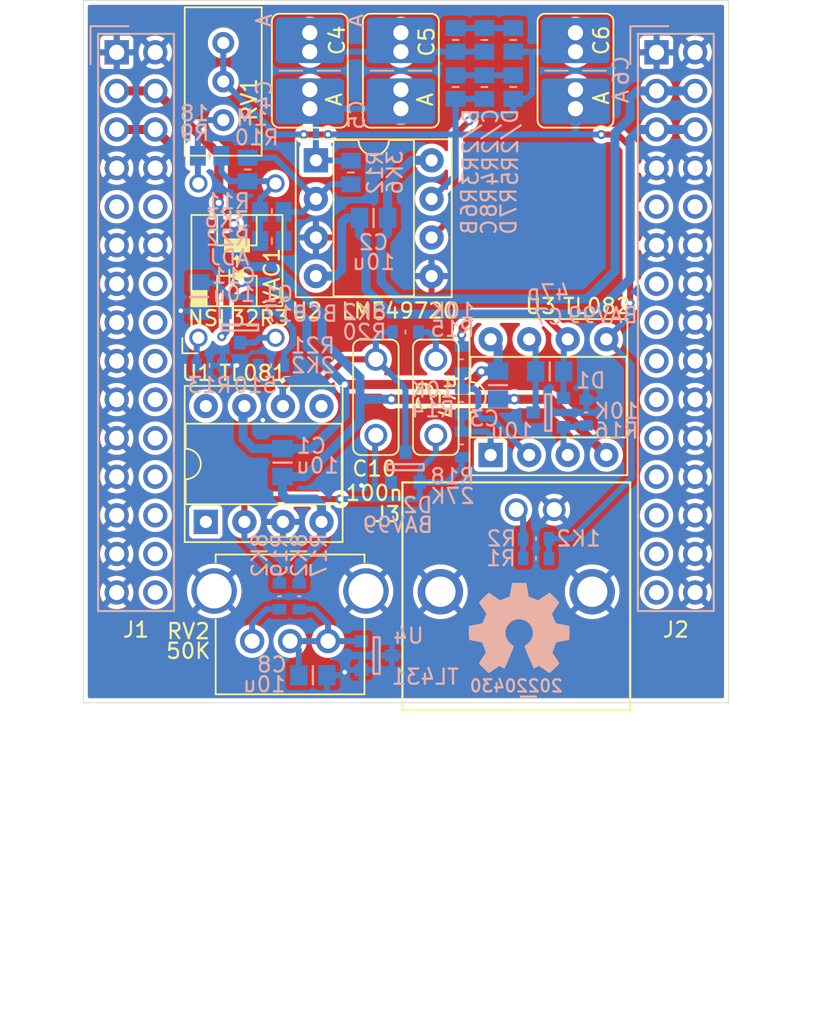
<source format=kicad_pcb>
(kicad_pcb (version 20211014) (generator pcbnew)
  (layers (0 "F.Cu" signal) (31 "B.Cu" signal) (34 "B.Paste" user) (35 "F.Paste" user) (36 "B.SilkS" user "B.Silkscreen") (37 "F.SilkS" user "F.Silkscreen") (38 "B.Mask" user) (39 "F.Mask" user) (44 "Edge.Cuts" user))
  (net 0 "")
  (net 1 "GND")
  (net 2 "-15V")
  (net 3 "+15V")
  (net 29 "Net-(C4-Pad1)")
  (net 30 "Net-(C4-Pad2)")
  (net 31 "/OUTPUT")
  (net 32 "Net-(J3-Pad1)")
  (net 33 "Net-(R3-Pad2)")
  (net 34 "Net-(C6-Pad1)")
  (net 35 "Net-(R9-Pad1)")
  (net 36 "Net-(R10-Pad1)")
  (net 37 "Net-(C7-Pad1)")
  (net 38 "Net-(C7-Pad2)")
  (net 39 "Net-(C10-Pad1)")
  (net 40 "Net-(R13-Pad2)")
  (net 41 "/GAIN")
  (net 42 "Net-(C8-Pad2)")
  (net 43 "Net-(C10-Pad2)")
  (net 44 "Net-(C9-Pad2)")
  (net 45 "Net-(D1-Pad2)")
  (net 46 "Net-(C11-Pad2)")
  (net 47 "/GAIN_INPUT")
  (net 48 "Net-(R19-Pad2)")
  (net 50 "Net-(R10-Pad2)")
  (net 51 "Net-(R14-Pad2)")
  (net 52 "/+15_OSC")
  (net 53 "/-15_OSC")
  (net 54 "Net-(R6-Pad1)")
  (footprint "SquantorRcl:C-025_050-050X100-0805-3516-film" (layer "F.Cu") (at 157.5 73.6 90)
    (fp_text reference "C4")
    (fp_text value "A")
  )
  (footprint "Package_DIP:DIP-8_W7.62mm_Socket" (layer "F.Cu") (at 157.9 79.5)
    (fp_text reference "U2")
    (fp_text value "LME49720")
  )
  (footprint "Package_DIP:DIP-8_W7.62mm_Socket" (layer "F.Cu") (at 150.65 103.3 90)
    (fp_text reference "U1")
    (fp_text value "TL081")
  )
  (footprint "SquantorRcl:C-050-030X100-film" (layer "F.Cu") (at 161.85 95.1 90)
    (fp_text reference "C10")
    (fp_text value "100n")
  )
  (footprint "Potentiometer_THT:Potentiometer_Bourns_3296W_Vertical" (layer "F.Cu") (at 151.8 76.85 -90)
    (fp_text reference "RV1")
    (fp_text value "200")
  )
  (footprint "SquantorRcl:C-025_050-050X100-0805-3516-film" (layer "F.Cu") (at 163.5 73.6 90)
    (fp_text reference "C5")
    (fp_text value "A")
  )
  (footprint "SquantorRcl:C-025_050-050X100-0805-3516-film" (layer "F.Cu") (at 175 73.6 -90)
    (fp_text reference "C6")
    (fp_text value "A")
  )
  (footprint "SquantorOpto:NSL32SR3" (layer "F.Cu") (at 152.7 86.1 90)
    (fp_text reference "VAC1")
    (fp_text value "NSL32R3")
  )
  (footprint "SquantorRcl:C-050-030X100-film" (layer "F.Cu") (at 165.8 95.1 90)
    (fp_text reference "C9")
    (fp_text value "47u")
  )
  (footprint "SquantorConnectorsNamed:module_2x15_right" (layer "F.Cu") (at 181.61 90.17)
    (fp_text reference "J2")
    (fp_text value "module_2x15_right_input")
  )
  (footprint "SquantorRcl:POT_ALPS_RK09K111" (layer "F.Cu") (at 156.2 107.85)
    (fp_text reference "RV2")
    (fp_text value "50K")
  )
  (footprint "SquantorConnectors:Conn_BNC_RightAngle_TH" (layer "F.Cu") (at 171.1 107.9 180)
    (fp_text reference "J3")
    (fp_text value "Coax")
  )
  (footprint "SquantorConnectorsNamed:module_2x15_left" (layer "F.Cu") (at 146.05 90.17)
    (fp_text reference "J1")
    (fp_text value "module_2x15_left_input")
  )
  (footprint "Package_DIP:DIP-8_W7.62mm_Socket" (layer "F.Cu") (at 169.41 98.9 90)
    (fp_text reference "U3")
    (fp_text value "TL082")
  )
  (footprint "SquantorLabels:Label_Generic" (layer "B.Cu") (at 171.9 114.2 180)
    (fp_text reference "N1" hide)
    (fp_text value "20220430")
  )
  (footprint "Symbol:OSHW-Symbol_6.7x6mm_SilkScreen" (layer "B.Cu") (at 171.3 110.3 180)
    (fp_text reference "N2" hide)
    (fp_text value "OHWLOGO" hide)
  )
  (footprint "SquantorRcl:C_0805+0603" (layer "B.Cu") (at 169.9 94.3 90)
    (fp_text reference "C3")
    (fp_text value "10u")
  )
  (footprint "SquantorIC:SOT23-3" (layer "B.Cu") (at 161.9 112.1)
    (fp_text reference "U4")
    (fp_text value "TL431")
  )
  (footprint "SquantorRcl:R_0603_hand" (layer "B.Cu") (at 172.4 104.4)
    (fp_text reference "R2")
    (fp_text value "1K2")
  )
  (footprint "SquantorRcl:R_0805+0603" (layer "B.Cu") (at 170.9 74.675 90)
    (fp_text reference "R7")
    (fp_text value "D")
  )
  (footprint "SquantorRcl:R_0603_hand" (layer "B.Cu") (at 172.4 105.7)
    (fp_text reference "R1")
    (fp_text value "1K2")
  )
  (footprint "SquantorRcl:R_0805+0603" (layer "B.Cu") (at 169 71.575 90)
    (fp_text reference "R4")
    (fp_text value "C/2")
  )
  (footprint "SquantorRcl:R_0805+0603" (layer "B.Cu") (at 155 84.8)
    (fp_text reference "R22")
    (fp_text value "ADJ")
  )
  (footprint "SquantorIC:SOT23-3" (layer "B.Cu") (at 152.9 90.5 -90)
    (fp_text reference "Q1")
    (fp_text value "BC817")
  )
  (footprint "SquantorRcl:R_0603_hand" (layer "B.Cu") (at 167.5 95.4 90)
    (fp_text reference "R14")
    (fp_text value "10K")
  )
  (footprint "SquantorRcl:R_0603_hand" (layer "B.Cu") (at 155.5 108.2 -90)
    (fp_text reference "R19")
    (fp_text value "8K2")
  )
  (footprint "SquantorRcl:R_0603_hand" (layer "B.Cu") (at 154.95 93 180)
    (fp_text reference "R21")
    (fp_text value "2K2")
  )
  (footprint "SquantorIC:SOT23-3" (layer "B.Cu") (at 173.21 96.1 180)
    (fp_text reference "D1")
    (fp_text value "BAV99")
  )
  (footprint "SquantorRcl:C_0805+0603" (layer "B.Cu") (at 150.2 88.5 90)
    (fp_text reference "C11")
    (fp_text value "10u")
  )
  (footprint "SquantorRcl:R_0603_hand" (layer "B.Cu") (at 167.5 98.2 90)
    (fp_text reference "R18")
    (fp_text value "27K")
  )
  (footprint "SquantorRcl:R_0805+0603" (layer "B.Cu") (at 167.1 71.575 90)
    (fp_text reference "R3")
    (fp_text value "B/2")
  )
  (footprint "SquantorRcl:R_0805+0603" (layer "B.Cu") (at 150.9 79.2)
    (fp_text reference "R9")
    (fp_text value "18")
  )
  (footprint "SquantorRcl:R_0805+0603" (layer "B.Cu") (at 160.2 80.3 90)
    (fp_text reference "R12")
    (fp_text value "3K6")
  )
  (footprint "SquantorRcl:R_0805+0603" (layer "B.Cu") (at 170.9 71.575 -90)
    (fp_text reference "R5")
    (fp_text value "D/2")
  )
  (footprint "SquantorRcl:R_0805+0603" (layer "B.Cu") (at 153.4 80.1 90)
    (fp_text reference "R10")
    (fp_text value "1M")
  )
  (footprint "SquantorRcl:R_0603_hand" (layer "B.Cu") (at 156.8 108.2 90)
    (fp_text reference "R17")
    (fp_text value "8K2")
  )
  (footprint "SquantorRcl:R_0805+0603" (layer "B.Cu") (at 167.1 74.675 -90)
    (fp_text reference "R6")
    (fp_text value "B")
  )
  (footprint "SquantorRcl:R_0805+0603" (layer "B.Cu") (at 155 82.9)
    (fp_text reference "R11")
    (fp_text value "3K6")
  )
  (footprint "SquantorRcl:R_0805+0603" (layer "B.Cu") (at 169 74.675 -90)
    (fp_text reference "R8")
    (fp_text value "C")
  )
  (footprint "SquantorRcl:C_0805+0603" (layer "B.Cu") (at 161.7 83.3)
    (fp_text reference "C2")
    (fp_text value "10u")
  )
  (footprint "SquantorRcl:C_0805+0603" (layer "B.Cu") (at 157.7 113.4 180)
    (fp_text reference "C8")
    (fp_text value "10u")
  )
  (footprint "SquantorRcl:C_0805+0603" (layer "B.Cu") (at 173.3 93.4)
    (fp_text reference "C7")
    (fp_text value "47p")
  )
  (footprint "SquantorRcl:R_0603_hand" (layer "B.Cu") (at 175.7 96.1 -90)
    (fp_text reference "R16")
    (fp_text value "10K")
  )
  (footprint "SquantorRcl:R_0603_hand" (layer "B.Cu") (at 167.5 92.6 90)
    (fp_text reference "R15")
    (fp_text value "10K")
  )
  (footprint "SquantorRcl:C_0805+0603" (layer "B.Cu") (at 155.7 99.4 90)
    (fp_text reference "C1")
    (fp_text value "10u")
  )
  (footprint "SquantorIC:SOT23-3" (layer "B.Cu") (at 163.8 99.7 90)
    (fp_text reference "D2")
    (fp_text value "BAV99")
  )
  (footprint "SquantorRcl:R_0603_hand" (layer "B.Cu") (at 150.9 93 180)
    (fp_text reference "R13")
    (fp_text value "510")
  )
  (footprint "SquantorRcl:R_0603_hand" (layer "B.Cu") (at 163.8 90.8)
    (fp_text reference "R20")
    (fp_text value "8K2")
  )
  (gr_rect (start 142.58 68.97) (end 185.08 115.21) (layer "Edge.Cuts") (width 0.05) (fill none))
  (via (at 154.4 96.6) (size 0.6) (drill 0.3) (layers "F.Cu" "B.Cu") (net 1))
  (via (at 160.9 100.9) (size 0.6) (drill 0.3) (layers "F.Cu" "B.Cu") (net 1))
  (via (at 159.8 113.2) (size 0.6) (drill 0.3) (layers "F.Cu" "B.Cu") (net 1))
  (via (at 149 89.4) (size 0.6) (drill 0.3) (layers "F.Cu" "B.Cu") (net 1))
  (via (at 152.7 93) (size 0.6) (drill 0.3) (layers "F.Cu" "B.Cu") (net 1))
  (segment (start 150.5 83.7) (end 152.5 83.7) (width 0.6) (layer "F.Cu") (net 2))
  (segment (start 147.32 77.47) (end 148.8 78.95) (width 0.6) (layer "F.Cu") (net 2))
  (segment (start 170.974999 95.225001) (end 162.875 95.225) (width 0.6) (layer "F.Cu") (net 2))
  (segment (start 173.355001 95.225001) (end 170.974999 95.225001) (width 0.6) (layer "F.Cu") (net 2))
  (segment (start 148.8 78.95) (end 148.8 82) (width 0.6) (layer "F.Cu") (net 2))
  (segment (start 144.78 77.47) (end 147.32 77.47) (width 0.6) (layer "F.Cu") (net 2))
  (segment (start 148.8 82) (end 150.5 83.7) (width 0.6) (layer "F.Cu") (net 2))
  (segment (start 177.03 98.9) (end 173.355001 95.225001) (width 0.6) (layer "F.Cu") (net 2))
  (via (at 162.875 95.225) (size 0.7) (drill 0.4) (layers "F.Cu" "B.Cu") (net 2))
  (via (at 170.974999 95.225001) (size 0.7) (drill 0.4) (layers "F.Cu" "B.Cu") (net 2))
  (via (at 152.5 83.7) (size 0.7) (drill 0.4) (layers "F.Cu" "B.Cu") (net 2))
  (segment (start 158.3 89.6) (end 158.3 91.3) (width 0.6) (layer "B.Cu") (net 2))
  (segment (start 158.27 103.3) (end 158.27 104.53) (width 0.6) (layer "B.Cu") (net 2))
  (segment (start 160.8 95.05) (end 160.975 95.225) (width 0.6) (layer "B.Cu") (net 2))
  (segment (start 152.5 83.7) (end 152.5 85.5) (width 0.6) (layer "B.Cu") (net 2))
  (segment (start 156 101.8) (end 157.9 101.8) (width 0.6) (layer "B.Cu") (net 2))
  (segment (start 155.7 100.325) (end 155.7 101.5) (width 0.6) (layer "B.Cu") (net 2))
  (segment (start 160.8 93.8) (end 160.8 95.05) (width 0.6) (layer "B.Cu") (net 2))
  (segment (start 158.27 102.17) (end 158.27 103.3) (width 0.6) (layer "B.Cu") (net 2))
  (segment (start 152.5 85.5) (end 153.5 86.5) (width 0.6) (layer "B.Cu") (net 2))
  (segment (start 160.975 95.225) (end 162.875 95.225) (width 0.6) (layer "B.Cu") (net 2))
  (segment (start 156.8 106) (end 156.8 107.35) (width 0.6) (layer "B.Cu") (net 2))
  (segment (start 153.5 86.5) (end 155.2 86.5) (width 0.6) (layer "B.Cu") (net 2))
  (segment (start 158.3 91.3) (end 160.8 93.8) (width 0.6) (layer "B.Cu") (net 2))
  (segment (start 157.165811 100.325) (end 155.7 100.325) (width 0.6) (layer "B.Cu") (net 2))
  (segment (start 169.9 95.225) (end 170.974999 95.225001) (width 0.6) (layer "B.Cu") (net 2))
  (segment (start 157.9 101.8) (end 158.27 102.17) (width 0.6) (layer "B.Cu") (net 2))
  (segment (start 158.27 104.53) (end 156.8 106) (width 0.6) (layer "B.Cu") (net 2))
  (segment (start 155.2 86.5) (end 158.3 89.6) (width 0.6) (layer "B.Cu") (net 2))
  (segment (start 160.8 96.690811) (end 157.165811 100.325) (width 0.6) (layer "B.Cu") (net 2))
  (segment (start 155.7 101.5) (end 156 101.8) (width 0.6) (layer "B.Cu") (net 2))
  (segment (start 160.8 95) (end 160.8 96.690811) (width 0.6) (layer "B.Cu") (net 2))
  (segment (start 151.5 79.1) (end 151.500001 82.299999) (width 0.6) (layer "F.Cu") (net 3))
  (segment (start 147.32 74.93) (end 147.33 74.93) (width 0.6) (layer "F.Cu") (net 3))
  (segment (start 152 88.5) (end 153 87.5) (width 0.4) (layer "F.Cu") (net 3))
  (segment (start 168.8 93.4) (end 167.942504 94.257496) (width 0.6) (layer "F.Cu") (net 3))
  (segment (start 152 90.8) (end 152 88.5) (width 0.4) (layer "F.Cu") (net 3))
  (segment (start 151.7 91.1) (end 152 90.8) (width 0.4) (layer "F.Cu") (net 3))
  (segment (start 167.942504 94.257496) (end 159.800001 94.257496) (width 0.6) (layer "F.Cu") (net 3))
  (segment (start 144.78 74.93) (end 147.32 74.93) (width 0.6) (layer "F.Cu") (net 3))
  (segment (start 147.33 74.93) (end 151.5 79.1) (width 0.6) (layer "F.Cu") (net 3))
  (via (at 159.800001 94.257496) (size 0.7) (drill 0.4) (layers "F.Cu" "B.Cu") (net 3))
  (via (at 153 87.5) (size 0.7) (drill 0.4) (layers "F.Cu" "B.Cu") (net 3))
  (via (at 151.500001 82.299999) (size 0.7) (drill 0.4) (layers "F.Cu" "B.Cu") (net 3))
  (via (at 168.8 93.4) (size 0.7) (drill 0.4) (layers "F.Cu" "B.Cu") (net 3))
  (via (at 151.7 91.1) (size 0.6) (drill 0.3) (layers "F.Cu" "B.Cu") (net 3))
  (segment (start 159.8 96.3) (end 159.800001 94.257496) (width 0.6) (layer "B.Cu") (net 3))
  (segment (start 153 87.5) (end 154.8 87.5) (width 0.6) (layer "B.Cu") (net 3))
  (segment (start 168.825 93.375) (end 168.8 93.4) (width 0.6) (layer "B.Cu") (net 3))
  (segment (start 157.3 91.757495) (end 159.800001 94.257496) (width 0.6) (layer "B.Cu") (net 3))
  (segment (start 153 87.5) (end 151.500001 86.000001) (width 0.6) (layer "B.Cu") (net 3))
  (segment (start 151.500001 86.000001) (end 151.500001 82.299999) (width 0.6) (layer "B.Cu") (net 3))
  (segment (start 153.775 98.475) (end 153.1 97.8) (width 0.6) (layer "B.Cu") (net 3))
  (segment (start 169.9 93.375) (end 169.9 91.77) (width 0.6) (layer "B.Cu") (net 3))
  (segment (start 153.1 97.8) (end 153.1 95.77) (width 0.6) (layer "B.Cu") (net 3))
  (segment (start 155.7 98.475) (end 157.625 98.475) (width 0.6) (layer "B.Cu") (net 3))
  (segment (start 155.7 98.475) (end 153.775 98.475) (width 0.6) (layer "B.Cu") (net 3))
  (segment (start 157.3 90) (end 157.3 91.757495) (width 0.6) (layer "B.Cu") (net 3))
  (segment (start 153.1 95.77) (end 153.19 95.68) (width 0.6) (layer "B.Cu") (net 3))
  (segment (start 154.8 87.5) (end 157.3 90) (width 0.6) (layer "B.Cu") (net 3))
  (segment (start 169.9 91.77) (end 169.41 91.28) (width 0.6) (layer "B.Cu") (net 3))
  (segment (start 157.625 98.475) (end 159.8 96.3) (width 0.6) (layer "B.Cu") (net 3))
  (segment (start 169.9 93.375) (end 168.825 93.375) (width 0.6) (layer "B.Cu") (net 3))
  (segment (start 151.95 89.5) (end 151.95 90.85) (width 0.4) (layer "B.Cu") (net 3))
  (segment (start 151.95 90.85) (end 151.7 91.1) (width 0.4) (layer "B.Cu") (net 3))
  (segment (start 159.1 79.5) (end 157.9 79.5) (width 0.4) (layer "B.Cu") (net 29))
  (segment (start 157.5 76.1) (end 163.5 76.1) (width 0.4) (layer "B.Cu") (net 29))
  (segment (start 157.9 79.5) (end 157.9 76.5) (width 0.4) (layer "B.Cu") (net 29))
  (segment (start 160.2 79.525) (end 159.125 79.525) (width 0.4) (layer "B.Cu") (net 29))
  (segment (start 157.9 76.5) (end 157.5 76.1) (width 0.4) (layer "B.Cu") (net 29))
  (segment (start 159.125 79.525) (end 159.1 79.5) (width 0.4) (layer "B.Cu") (net 29))
  (segment (start 157.5 72.35) (end 163.5 72.35) (width 0.4) (layer "B.Cu") (net 30))
  (segment (start 167.1 72.35) (end 169 72.35) (width 0.4) (layer "B.Cu") (net 30))
  (segment (start 167.1 72.35) (end 163.5 72.35) (width 0.4) (layer "B.Cu") (net 30))
  (segment (start 178.6 78.6) (end 177.8 77.8) (width 0.4) (layer "F.Cu") (net 31))
  (segment (start 177.8 77.8) (end 176.7 77.8) (width 0.4) (layer "F.Cu") (net 31))
  (segment (start 158.700001 77.799999) (end 157.1 77.8) (width 0.4) (layer "F.Cu") (net 31))
  (segment (start 178.6 88.9) (end 178.6 78.6) (width 0.4) (layer "F.Cu") (net 31))
  (via (at 157.1 77.8) (size 0.6) (drill 0.3) (layers "F.Cu" "B.Cu") (net 31))
  (via (at 178.6 88.9) (size 0.6) (drill 0.3) (layers "F.Cu" "B.Cu") (net 31))
  (via (at 158.700001 77.799999) (size 0.6) (drill 0.3) (layers "F.Cu" "B.Cu") (net 31))
  (via (at 176.7 77.8) (size 0.6) (drill 0.3) (layers "F.Cu" "B.Cu") (net 31))
  (segment (start 178.7 100.4) (end 174.7 104.4) (width 0.4) (layer "B.Cu") (net 31))
  (segment (start 151.8 74.31) (end 155.29 77.8) (width 0.4) (layer "B.Cu") (net 31))
  (segment (start 155.29 77.8) (end 157.1 77.8) (width 0.4) (layer "B.Cu") (net 31))
  (segment (start 177.03 91.28) (end 178.7 92.95) (width 0.4) (layer "B.Cu") (net 31))
  (segment (start 151.8 71.77) (end 151.8 74.31) (width 0.4) (layer "B.Cu") (net 31))
  (segment (start 167.1 75.45) (end 169 75.45) (width 0.4) (layer "B.Cu") (net 31))
  (segment (start 175 77.8) (end 176.7 77.8) (width 0.4) (layer "B.Cu") (net 31))
  (segment (start 175 77.8) (end 175 76.1) (width 0.4) (layer "B.Cu") (net 31))
  (segment (start 165.52 82.04) (end 167.1 80.46) (width 0.4) (layer "B.Cu") (net 31))
  (segment (start 167.1 77.8) (end 158.700001 77.799999) (width 0.4) (layer "B.Cu") (net 31))
  (segment (start 173.25 105.7) (end 173.25 104.4) (width 0.4) (layer "B.Cu") (net 31))
  (segment (start 174.7 104.4) (end 173.25 104.4) (width 0.4) (layer "B.Cu") (net 31))
  (segment (start 169.9 77.8) (end 167.1 77.8) (width 0.4) (layer "B.Cu") (net 31))
  (segment (start 167.1 80.46) (end 167.1 77.8) (width 0.4) (layer "B.Cu") (net 31))
  (segment (start 178.7 92.95) (end 178.7 100.4) (width 0.4) (layer "B.Cu") (net 31))
  (segment (start 167.1 75.45) (end 167.1 77.8) (width 0.4) (layer "B.Cu") (net 31))
  (segment (start 169.9 77.8) (end 175 77.8) (width 0.4) (layer "B.Cu") (net 31))
  (segment (start 177.03 91.28) (end 178.6 89.71) (width 0.4) (layer "B.Cu") (net 31))
  (segment (start 178.6 89.71) (end 178.6 88.9) (width 0.4) (layer "B.Cu") (net 31))
  (segment (start 171.55 105.7) (end 171.55 104.4) (width 0.4) (layer "B.Cu") (net 32))
  (segment (start 171.55 104.4) (end 171.55 102.95) (width 0.4) (layer "B.Cu") (net 32))
  (segment (start 171.55 102.95) (end 171.1 102.5) (width 0.4) (layer "B.Cu") (net 32))
  (segment (start 167.1 70.8) (end 169 70.8) (width 0.4) (layer "B.Cu") (net 33))
  (segment (start 169 70.8) (end 170.9 70.8) (width 0.4) (layer "B.Cu") (net 33))
  (segment (start 165.52 84.58) (end 167.1 83) (width 0.4) (layer "F.Cu") (net 34))
  (segment (start 167.1 83) (end 167.1 77.8) (width 0.4) (layer "F.Cu") (net 34))
  (segment (start 167.1 77.8) (end 168 76.9) (width 0.4) (layer "F.Cu") (net 34))
  (via (at 168 76.9) (size 0.6) (drill 0.3) (layers "F.Cu" "B.Cu") (net 34))
  (segment (start 171.75 75.45) (end 172.15 75.05) (width 0.4) (layer "B.Cu") (net 34))
  (segment (start 170.9 76.3) (end 170.7 76.5) (width 0.4) (layer "B.Cu") (net 34))
  (segment (start 168.4 76.5) (end 168 76.9) (width 0.4) (layer "B.Cu") (net 34))
  (segment (start 175 72.35) (end 172.15 72.35) (width 0.4) (layer "B.Cu") (net 34))
  (segment (start 172.15 75.05) (end 172.15 72.35) (width 0.4) (layer "B.Cu") (net 34))
  (segment (start 170.7 76.5) (end 168.4 76.5) (width 0.4) (layer "B.Cu") (net 34))
  (segment (start 172.15 72.35) (end 170.9 72.35) (width 0.4) (layer "B.Cu") (net 34))
  (segment (start 170.9 75.45) (end 171.75 75.45) (width 0.4) (layer "B.Cu") (net 34))
  (segment (start 170.9 75.45) (end 170.9 76.3) (width 0.4) (layer "B.Cu") (net 34))
  (segment (start 150.65 76.85) (end 150.125 77.375) (width 0.4) (layer "B.Cu") (net 35))
  (segment (start 151.8 76.85) (end 150.65 76.85) (width 0.4) (layer "B.Cu") (net 35))
  (segment (start 150.125 77.375) (end 150.125 79.2) (width 0.4) (layer "B.Cu") (net 35))
  (segment (start 150.125 80.985) (end 150.125 79.2) (width 0.4) (layer "B.Cu") (net 35))
  (segment (start 150.16 81.02) (end 150.125 80.985) (width 0.4) (layer "B.Cu") (net 35))
  (segment (start 154.225 82.035) (end 155.24 81.02) (width 0.4) (layer "B.Cu") (net 36))
  (segment (start 154.225 82.9) (end 154.225 82.035) (width 0.4) (layer "B.Cu") (net 36))
  (segment (start 152.275 80.875) (end 151.675 80.275) (width 0.4) (layer "B.Cu") (net 36))
  (segment (start 153.4 80.875) (end 152.275 80.875) (width 0.4) (layer "B.Cu") (net 36))
  (segment (start 155.095 80.875) (end 155.24 81.02) (width 0.4) (layer "B.Cu") (net 36))
  (segment (start 154.225 82.9) (end 154.225 84.8) (width 0.4) (layer "B.Cu") (net 36))
  (segment (start 153.4 80.875) (end 155.095 80.875) (width 0.4) (layer "B.Cu") (net 36))
  (segment (start 151.675 80.275) (end 151.675 79.2) (width 0.4) (layer "B.Cu") (net 36))
  (segment (start 172.375 95.935) (end 172.375 93.4) (width 0.4) (layer "B.Cu") (net 37))
  (segment (start 171.95 91.28) (end 172.375 91.705) (width 0.4) (layer "B.Cu") (net 37))
  (segment (start 172.375 91.705) (end 172.375 93.4) (width 0.4) (layer "B.Cu") (net 37))
  (segment (start 172.21 96.1) (end 172.375 95.935) (width 0.4) (layer "B.Cu") (net 37))
  (segment (start 167.5 90.5) (end 168.3 89.7) (width 0.4) (layer "F.Cu") (net 38))
  (segment (start 167.5 91) (end 167.5 90.5) (width 0.4) (layer "F.Cu") (net 38))
  (segment (start 168.3 89.7) (end 172.91 89.7) (width 0.4) (layer "F.Cu") (net 38))
  (segment (start 172.91 89.7) (end 174.49 91.28) (width 0.4) (layer "F.Cu") (net 38))
  (via (at 167.5 91) (size 0.6) (drill 0.3) (layers "F.Cu" "B.Cu") (net 38))
  (segment (start 174.21 93.415) (end 174.225 93.4) (width 0.4) (layer "B.Cu") (net 38))
  (segment (start 174.21 95.15) (end 174.21 93.415) (width 0.4) (layer "B.Cu") (net 38))
  (segment (start 167.5 91.75) (end 167.5 91) (width 0.4) (layer "B.Cu") (net 38))
  (segment (start 174.225 91.545) (end 174.49 91.28) (width 0.4) (layer "B.Cu") (net 38))
  (segment (start 174.225 93.4) (end 174.225 91.545) (width 0.4) (layer "B.Cu") (net 38))
  (segment (start 153.4 101.8) (end 159.5 101.8) (width 0.4) (layer "F.Cu") (net 39))
  (segment (start 153.19 102.01) (end 153.4 101.8) (width 0.4) (layer "F.Cu") (net 39))
  (segment (start 153.19 103.3) (end 153.19 102.01) (width 0.4) (layer "F.Cu") (net 39))
  (via (at 159.5 101.8) (size 0.6) (drill 0.3) (layers "F.Cu" "B.Cu") (net 39))
  (segment (start 161.85 97.6) (end 161.8 97.65) (width 0.4) (layer "B.Cu") (net 39))
  (segment (start 153.19 103.3) (end 153.19 104.49) (width 0.4) (layer "B.Cu") (net 39))
  (segment (start 165.8 98.8) (end 164.75 99.85) (width 0.4) (layer "B.Cu") (net 39))
  (segment (start 167.5 99.7) (end 166.5 100.7) (width 0.4) (layer "B.Cu") (net 39))
  (segment (start 167.5 99.05) (end 167.5 99.7) (width 0.4) (layer "B.Cu") (net 39))
  (segment (start 161.8 97.65) (end 161.8 101.8) (width 0.4) (layer "B.Cu") (net 39))
  (segment (start 164.75 101.55) (end 164.75 100.7) (width 0.4) (layer "B.Cu") (net 39))
  (segment (start 164.5 101.8) (end 164.75 101.55) (width 0.4) (layer "B.Cu") (net 39))
  (segment (start 166.5 100.7) (end 164.75 100.7) (width 0.4) (layer "B.Cu") (net 39))
  (segment (start 155.5 106.8) (end 155.5 107.35) (width 0.4) (layer "B.Cu") (net 39))
  (segment (start 153.19 104.49) (end 155.5 106.8) (width 0.4) (layer "B.Cu") (net 39))
  (segment (start 165.8 97.6) (end 165.8 98.8) (width 0.4) (layer "B.Cu") (net 39))
  (segment (start 159.5 101.8) (end 162.2 101.8) (width 0.4) (layer "B.Cu") (net 39))
  (segment (start 162.1 101.8) (end 164.5 101.8) (width 0.4) (layer "B.Cu") (net 39))
  (segment (start 164.75 99.85) (end 164.75 100.7) (width 0.4) (layer "B.Cu") (net 39))
  (segment (start 150.05 93) (end 150.05 91.29) (width 0.4) (layer "B.Cu") (net 40))
  (segment (start 150.05 91.29) (end 150.16 91.18) (width 0.4) (layer "B.Cu") (net 40))
  (segment (start 154.22 91.18) (end 155.24 91.18) (width 0.4) (layer "B.Cu") (net 41))
  (segment (start 152.9 91.5) (end 153.9 91.5) (width 0.4) (layer "B.Cu") (net 41))
  (segment (start 153.9 91.5) (end 154.22 91.18) (width 0.4) (layer "B.Cu") (net 41))
  (segment (start 160.9 111.15) (end 158.7 111.15) (width 0.4) (layer "B.Cu") (net 42))
  (segment (start 158.7 111.15) (end 156.2 111.15) (width 0.4) (layer "B.Cu") (net 42))
  (segment (start 156.2 111.15) (end 156.775 111.725) (width 0.4) (layer "B.Cu") (net 42))
  (segment (start 157.75 109.05) (end 158.7 110) (width 0.4) (layer "B.Cu") (net 42))
  (segment (start 156.8 109.05) (end 157.75 109.05) (width 0.4) (layer "B.Cu") (net 42))
  (segment (start 156.775 111.725) (end 156.775 113.4) (width 0.4) (layer "B.Cu") (net 42))
  (segment (start 158.7 110) (end 158.7 111.15) (width 0.4) (layer "B.Cu") (net 42))
  (segment (start 156 94.2) (end 155.73 94.47) (width 0.4) (layer "F.Cu") (net 43))
  (segment (start 161.85 92.6) (end 159.8 92.6) (width 0.4) (layer "F.Cu") (net 43))
  (segment (start 159.8 92.6) (end 158.2 94.2) (width 0.4) (layer "F.Cu") (net 43))
  (segment (start 155.73 94.47) (end 155.73 95.68) (width 0.4) (layer "F.Cu") (net 43))
  (segment (start 158.2 94.2) (end 156 94.2) (width 0.4) (layer "F.Cu") (net 43))
  (segment (start 155.4 94.2) (end 155.7 94.5) (width 0.4) (layer "B.Cu") (net 43))
  (segment (start 154.5 94.2) (end 155.4 94.2) (width 0.4) (layer "B.Cu") (net 43))
  (segment (start 163.8 98.7) (end 163.8 94.55) (width 0.4) (layer "B.Cu") (net 43))
  (segment (start 154.1 93) (end 154.1 93.8) (width 0.4) (layer "B.Cu") (net 43))
  (segment (start 163.8 94.55) (end 161.85 92.6) (width 0.4) (layer "B.Cu") (net 43))
  (segment (start 162.3 90.8) (end 161.85 91.25) (width 0.4) (layer "B.Cu") (net 43))
  (segment (start 161.85 91.25) (end 161.85 92.6) (width 0.4) (layer "B.Cu") (net 43))
  (segment (start 154.1 93.8) (end 154.5 94.2) (width 0.4) (layer "B.Cu") (net 43))
  (segment (start 161.85 92.6) (end 161.8 92.6) (width 0.4) (layer "B.Cu") (net 43))
  (segment (start 155.7 94.5) (end 155.7 95.65) (width 0.4) (layer "B.Cu") (net 43))
  (segment (start 155.7 95.65) (end 155.73 95.68) (width 0.4) (layer "B.Cu") (net 43))
  (segment (start 162.95 90.8) (end 162.3 90.8) (width 0.4) (layer "B.Cu") (net 43))
  (segment (start 165.3 90.8) (end 165.8 91.3) (width 0.4) (layer "B.Cu") (net 44))
  (segment (start 165.8 91.3) (end 165.8 92.6) (width 0.4) (layer "B.Cu") (net 44))
  (segment (start 164.65 90.8) (end 165.3 90.8) (width 0.4) (layer "B.Cu") (net 44))
  (segment (start 174.95 97.05) (end 174.21 97.05) (width 0.4) (layer "B.Cu") (net 45))
  (segment (start 174.21 97.05) (end 174.21 98.62) (width 0.4) (layer "B.Cu") (net 45))
  (segment (start 174.21 98.62) (end 174.49 98.9) (width 0.4) (layer "B.Cu") (net 45))
  (segment (start 175.05 96.95) (end 174.95 97.05) (width 0.4) (layer "B.Cu") (net 45))
  (segment (start 175.7 96.95) (end 175.05 96.95) (width 0.4) (layer "B.Cu") (net 45))
  (segment (start 151.275 87.575) (end 150.2 87.575) (width 0.4) (layer "B.Cu") (net 46))
  (segment (start 155.8 93) (end 155.8 92.2) (width 0.4) (layer "B.Cu") (net 46))
  (segment (start 152.2 88.5) (end 151.275 87.575) (width 0.4) (layer "B.Cu") (net 46))
  (segment (start 153.85 89.5) (end 153.85 88.65) (width 0.4) (layer "B.Cu") (net 46))
  (segment (start 156.4 91.6) (end 156.4 90.6) (width 0.4) (layer "B.Cu") (net 46))
  (segment (start 155.8 92.2) (end 156.4 91.6) (width 0.4) (layer "B.Cu") (net 46))
  (segment (start 156.4 90.6) (end 155.3 89.5) (width 0.4) (layer "B.Cu") (net 46))
  (segment (start 155.3 89.5) (end 153.85 89.5) (width 0.4) (layer "B.Cu") (net 46))
  (segment (start 153.7 88.5) (end 152.2 88.5) (width 0.4) (layer "B.Cu") (net 46))
  (segment (start 153.85 88.65) (end 153.7 88.5) (width 0.4) (layer "B.Cu") (net 46))
  (segment (start 169.41 98.9) (end 169.41 97.61) (width 0.4) (layer "B.Cu") (net 47))
  (segment (start 167.5 97.35) (end 167.5 96.25) (width 0.4) (layer "B.Cu") (net 47))
  (segment (start 169.15 97.35) (end 167.5 97.35) (width 0.4) (layer "B.Cu") (net 47))
  (segment (start 169.41 97.61) (end 169.15 97.35) (width 0.4) (layer "B.Cu") (net 47))
  (segment (start 153.7 110) (end 154.65 109.05) (width 0.4) (layer "B.Cu") (net 48))
  (segment (start 154.65 109.05) (end 155.5 109.05) (width 0.4) (layer "B.Cu") (net 48))
  (segment (start 153.7 111.15) (end 153.7 110) (width 0.4) (layer "B.Cu") (net 48))
  (segment (start 158.865 81.075) (end 157.9 82.04) (width 0.4) (layer "B.Cu") (net 50))
  (segment (start 155.185 79.325) (end 153.4 79.325) (width 0.4) (layer "B.Cu") (net 50))
  (segment (start 157.9 82.04) (end 155.185 79.325) (width 0.4) (layer "B.Cu") (net 50))
  (segment (start 157.04 82.9) (end 157.9 82.04) (width 0.4) (layer "B.Cu") (net 50))
  (segment (start 155.775 82.9) (end 157.04 82.9) (width 0.4) (layer "B.Cu") (net 50))
  (segment (start 155.775 84.8) (end 155.775 82.9) (width 0.4) (layer "B.Cu") (net 50))
  (segment (start 160.2 81.075) (end 158.865 81.075) (width 0.4) (layer "B.Cu") (net 50))
  (segment (start 167.5 94.55) (end 168.35 94.55) (width 0.4) (layer "B.Cu") (net 51))
  (segment (start 168.35 94.55) (end 168.6 94.8) (width 0.4) (layer "B.Cu") (net 51))
  (segment (start 167.5 94.55) (end 167.5 93.45) (width 0.4) (layer "B.Cu") (net 51))
  (segment (start 168.6 96.3) (end 168.8 96.5) (width 0.4) (layer "B.Cu") (net 51))
  (segment (start 168.6 94.8) (end 168.6 96.3) (width 0.4) (layer "B.Cu") (net 51))
  (segment (start 171.9 98.9) (end 171.95 98.9) (width 0.4) (layer "B.Cu") (net 51))
  (segment (start 168.8 96.5) (end 169.5 96.5) (width 0.4) (layer "B.Cu") (net 51))
  (segment (start 169.5 96.5) (end 171.9 98.9) (width 0.4) (layer "B.Cu") (net 51))
  (segment (start 162.625 84.275) (end 162.625 83.3) (width 0.6) (layer "B.Cu") (net 52))
  (segment (start 178.6 75.4) (end 178.6 76.7) (width 0.6) (layer "B.Cu") (net 52))
  (segment (start 177.6 77.7) (end 177.6 86.8) (width 0.6) (layer "B.Cu") (net 52))
  (segment (start 164.2 79.5) (end 162.625 81.075) (width 0.6) (layer "B.Cu") (net 52))
  (segment (start 177.6 86.8) (end 175.78 88.62) (width 0.6) (layer "B.Cu") (net 52))
  (segment (start 182.88 74.93) (end 180.34 74.93) (width 0.6) (layer "B.Cu") (net 52))
  (segment (start 180.34 74.93) (end 179.07 74.93) (width 0.6) (layer "B.Cu") (net 52))
  (segment (start 178.6 76.7) (end 177.6 77.7) (width 0.6) (layer "B.Cu") (net 52))
  (segment (start 179.07 74.93) (end 178.6 75.4) (width 0.6) (layer "B.Cu") (net 52))
  (segment (start 162.625 81.075) (end 162.625 83.3) (width 0.6) (layer "B.Cu") (net 52))
  (segment (start 162.2 84.7) (end 162.625 84.275) (width 0.6) (layer "B.Cu") (net 52))
  (segment (start 162.2 87.5) (end 162.2 84.7) (width 0.6) (layer "B.Cu") (net 52))
  (segment (start 165.52 79.5) (end 164.2 79.5) (width 0.6) (layer "B.Cu") (net 52))
  (segment (start 175.78 88.62) (end 163.32 88.62) (width 0.6) (layer "B.Cu") (net 52))
  (segment (start 163.32 88.62) (end 162.2 87.5) (width 0.6) (layer "B.Cu") (net 52))
  (segment (start 182.88 77.47) (end 180.34 77.47) (width 0.6) (layer "B.Cu") (net 53))
  (segment (start 161.2 88) (end 161.2 84.8) (width 0.6) (layer "B.Cu") (net 53))
  (segment (start 180.34 77.47) (end 179.23 77.47) (width 0.6) (layer "B.Cu") (net 53))
  (segment (start 160.775 84.375) (end 160.775 83.3) (width 0.6) (layer "B.Cu") (net 53))
  (segment (start 179.23 77.47) (end 178.6 78.1) (width 0.6) (layer "B.Cu") (net 53))
  (segment (start 157.9 87.12) (end 159.18 87.12) (width 0.6) (layer "B.Cu") (net 53))
  (segment (start 159.6 83.6) (end 159.9 83.3) (width 0.6) (layer "B.Cu") (net 53))
  (segment (start 162.819501 89.619501) (end 161.2 88) (width 0.6) (layer "B.Cu") (net 53))
  (segment (start 159.9 83.3) (end 160.775 83.3) (width 0.6) (layer "B.Cu") (net 53))
  (segment (start 176.280499 89.619501) (end 162.819501 89.619501) (width 0.6) (layer "B.Cu") (net 53))
  (segment (start 178.6 87.3) (end 176.280499 89.619501) (width 0.6) (layer "B.Cu") (net 53))
  (segment (start 178.6 78.1) (end 178.6 87.3) (width 0.6) (layer "B.Cu") (net 53))
  (segment (start 161.2 84.8) (end 160.775 84.375) (width 0.6) (layer "B.Cu") (net 53))
  (segment (start 159.6 86.7) (end 159.6 83.6) (width 0.6) (layer "B.Cu") (net 53))
  (segment (start 159.18 87.12) (end 159.6 86.7) (width 0.6) (layer "B.Cu") (net 53))
  (segment (start 167.1 73.9) (end 170.9 73.9) (width 0.4) (layer "B.Cu") (net 54))
  (zone (net 1) (net_name "GND") (layers F&B.Cu) (connect_pads (clearance 0.3)) (min_thickness 0.2) (fill yes (thermal_gap 0.3) (thermal_bridge_width 0.4))
    (polygon (pts (xy 185.08 115.21) (xy 142.58 115.21) (xy 142.58 68.97) (xy 185.1 68.97)))
  )
)
</source>
